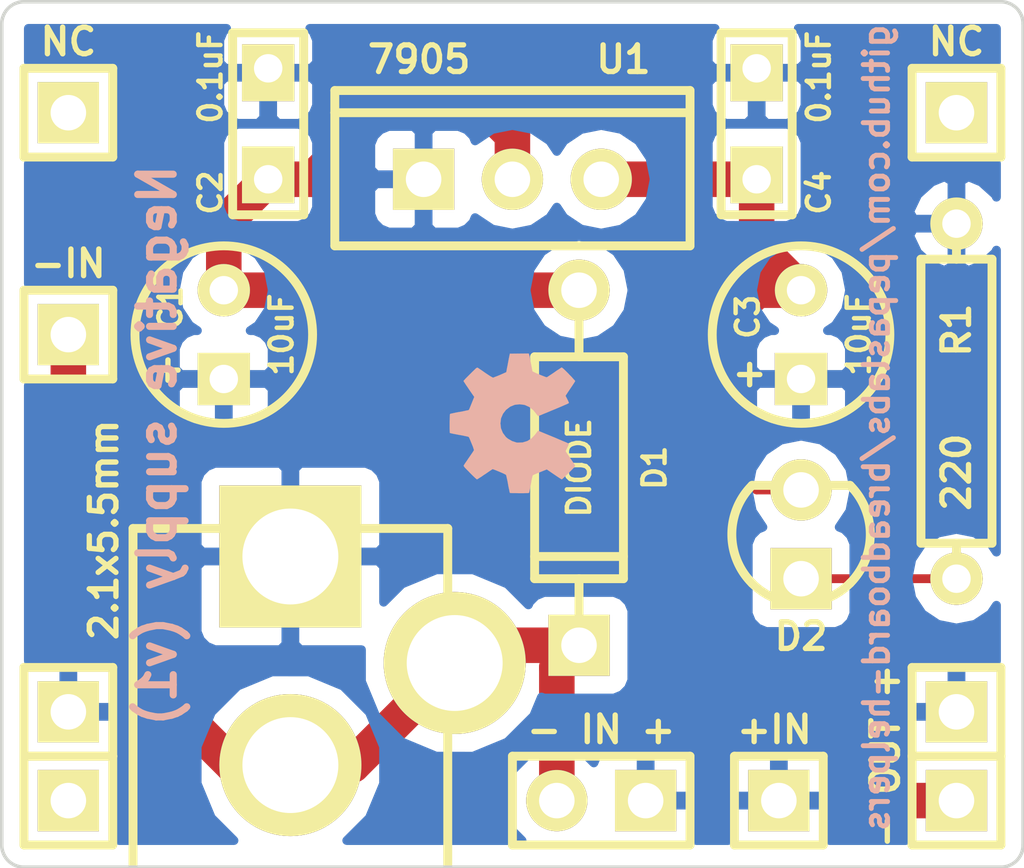
<source format=kicad_pcb>
(kicad_pcb (version 3) (host pcbnew "(22-Jun-2014 BZR 4027)-stable")

  (general
    (links 22)
    (no_connects 0)
    (area 243.351354 109.1438 283.629098 139.174221)
    (thickness 1.6)
    (drawings 16)
    (tracks 39)
    (zones 0)
    (modules 19)
    (nets 6)
  )

  (page A3)
  (layers
    (15 F.Cu signal hide)
    (0 B.Cu signal hide)
    (16 B.Adhes user)
    (17 F.Adhes user)
    (18 B.Paste user)
    (19 F.Paste user)
    (20 B.SilkS user hide)
    (21 F.SilkS user)
    (22 B.Mask user)
    (23 F.Mask user)
    (24 Dwgs.User user)
    (25 Cmts.User user)
    (26 Eco1.User user)
    (27 Eco2.User user)
    (28 Edge.Cuts user)
  )

  (setup
    (last_trace_width 0.254)
    (user_trace_width 0.508)
    (user_trace_width 0.762)
    (user_trace_width 1.016)
    (user_trace_width 1.27)
    (trace_clearance 0.254)
    (zone_clearance 0.508)
    (zone_45_only no)
    (trace_min 0.254)
    (segment_width 0.2)
    (edge_width 0.1)
    (via_size 0.889)
    (via_drill 0.635)
    (via_min_size 0.889)
    (via_min_drill 0.508)
    (uvia_size 0.508)
    (uvia_drill 0.127)
    (uvias_allowed no)
    (uvia_min_size 0.508)
    (uvia_min_drill 0.127)
    (pcb_text_width 0.3)
    (pcb_text_size 1.5 1.5)
    (mod_edge_width 0.15)
    (mod_text_size 1 1)
    (mod_text_width 0.15)
    (pad_size 1.5 1.5)
    (pad_drill 0.6)
    (pad_to_mask_clearance 0)
    (aux_axis_origin 0 0)
    (visible_elements FFFFFFBF)
    (pcbplotparams
      (layerselection 284196865)
      (usegerberextensions true)
      (excludeedgelayer true)
      (linewidth 0.150000)
      (plotframeref false)
      (viasonmask false)
      (mode 1)
      (useauxorigin false)
      (hpglpennumber 1)
      (hpglpenspeed 20)
      (hpglpendiameter 15)
      (hpglpenoverlay 2)
      (psnegative false)
      (psa4output false)
      (plotreference true)
      (plotvalue true)
      (plotothertext true)
      (plotinvisibletext false)
      (padsonsilk false)
      (subtractmaskfromsilk false)
      (outputformat 1)
      (mirror false)
      (drillshape 0)
      (scaleselection 1)
      (outputdirectory gerbers))
  )

  (net 0 "")
  (net 1 GND)
  (net 2 N-000001)
  (net 3 N-000006)
  (net 4 N-000007)
  (net 5 N-000008)

  (net_class Default "This is the default net class."
    (clearance 0.254)
    (trace_width 0.254)
    (via_dia 0.889)
    (via_drill 0.635)
    (uvia_dia 0.508)
    (uvia_drill 0.127)
    (add_net "")
    (add_net GND)
    (add_net N-000001)
    (add_net N-000006)
    (add_net N-000007)
    (add_net N-000008)
  )

  (module TO-220_V_069A (layer F.Cu) (tedit 59627E4D) (tstamp 5962732B)
    (at 259.08 114.3)
    (descr "TO-220, vertical, 0.04\" holes, 0.069\" pads")
    (tags "TR TO220")
    (path /5962860B)
    (fp_text reference U1 (at 5.715 -3.429) (layer F.SilkS)
      (effects (font (size 0.762 0.762) (thickness 0.1524)))
    )
    (fp_text value 7905 (at -0.127 -3.429) (layer F.SilkS)
      (effects (font (size 0.762 0.762) (thickness 0.1524)))
    )
    (fp_line (start -2.54 -1.905) (end -2.54 -2.54) (layer F.SilkS) (width 0.254))
    (fp_line (start -2.54 -2.54) (end 7.62 -2.54) (layer F.SilkS) (width 0.254))
    (fp_line (start 7.62 -2.54) (end 7.62 -1.905) (layer F.SilkS) (width 0.254))
    (fp_line (start -2.54 1.905) (end -2.54 -1.905) (layer F.SilkS) (width 0.254))
    (fp_line (start -2.54 -1.905) (end 7.62 -1.905) (layer F.SilkS) (width 0.254))
    (fp_line (start 7.62 -1.905) (end 7.62 1.905) (layer F.SilkS) (width 0.254))
    (fp_line (start 7.62 1.905) (end -2.54 1.905) (layer F.SilkS) (width 0.254))
    (pad 1 thru_hole rect (at 0 0 90) (size 1.7526 1.7526) (drill 1.016)
      (layers *.Cu *.Mask F.SilkS)
      (net 1 GND)
    )
    (pad 2 thru_hole oval (at 2.54 0 90) (size 1.7526 1.7526) (drill 1.016)
      (layers *.Cu *.Mask F.SilkS)
      (net 2 N-000001)
    )
    (pad 3 thru_hole oval (at 5.08 0 90) (size 1.7526 1.7526) (drill 1.016)
      (layers *.Cu *.Mask F.SilkS)
      (net 5 N-000008)
    )
  )

  (module SIL-2 (layer F.Cu) (tedit 5920FFF1) (tstamp 59627335)
    (at 265.43 132.08 180)
    (descr "Connecteurs 1 pin")
    (tags "CONN DEV")
    (path /59626D8C)
    (fp_text reference P1 (at 1.27 2.54 180) (layer F.SilkS) hide
      (effects (font (size 0.762 0.762) (thickness 0.1524)))
    )
    (fp_text value CONN_2X1 (at 1.27 -2.54 180) (layer F.SilkS) hide
      (effects (font (size 0.762 0.762) (thickness 0.1524)))
    )
    (fp_line (start -1.27 -1.27) (end 3.81 -1.27) (layer F.SilkS) (width 0.254))
    (fp_line (start 3.81 -1.27) (end 3.81 1.27) (layer F.SilkS) (width 0.254))
    (fp_line (start 3.81 1.27) (end -1.27 1.27) (layer F.SilkS) (width 0.254))
    (fp_line (start -1.27 1.27) (end -1.27 -1.27) (layer F.SilkS) (width 0.254))
    (pad 1 thru_hole rect (at 0 0 180) (size 1.7526 1.7526) (drill 1.016)
      (layers *.Cu *.Mask F.SilkS)
      (net 1 GND)
    )
    (pad 2 thru_hole circle (at 2.54 0 180) (size 1.7526 1.7526) (drill 1.016)
      (layers *.Cu *.Mask F.SilkS)
      (net 3 N-000006)
    )
  )

  (module SIL-1 (layer F.Cu) (tedit 5920FF53) (tstamp 5962733E)
    (at 269.24 132.08 180)
    (descr "Connecteurs 1 pin")
    (tags "CONN DEV")
    (path /59626F39)
    (fp_text reference P2 (at 0 2.54 180) (layer F.SilkS) hide
      (effects (font (size 0.762 0.762) (thickness 0.1524)))
    )
    (fp_text value CONN_1X1 (at 0 -2.54 180) (layer F.SilkS) hide
      (effects (font (size 0.762 0.762) (thickness 0.1524)))
    )
    (fp_line (start -1.27 1.27) (end 1.27 1.27) (layer F.SilkS) (width 0.254))
    (fp_line (start -1.27 -1.27) (end 1.27 -1.27) (layer F.SilkS) (width 0.254))
    (fp_line (start -1.27 1.27) (end -1.27 -1.27) (layer F.SilkS) (width 0.254))
    (fp_line (start 1.27 -1.27) (end 1.27 1.27) (layer F.SilkS) (width 0.254))
    (pad 1 thru_hole rect (at 0 0 180) (size 1.7526 1.7526) (drill 1.016)
      (layers *.Cu *.Mask F.SilkS)
      (net 1 GND)
    )
  )

  (module SIL-1 (layer F.Cu) (tedit 5920FF53) (tstamp 59627347)
    (at 248.92 118.745 180)
    (descr "Connecteurs 1 pin")
    (tags "CONN DEV")
    (path /59626F48)
    (fp_text reference P3 (at 0 2.54 180) (layer F.SilkS) hide
      (effects (font (size 0.762 0.762) (thickness 0.1524)))
    )
    (fp_text value CONN_1X1 (at 0 -2.54 180) (layer F.SilkS) hide
      (effects (font (size 0.762 0.762) (thickness 0.1524)))
    )
    (fp_line (start -1.27 1.27) (end 1.27 1.27) (layer F.SilkS) (width 0.254))
    (fp_line (start -1.27 -1.27) (end 1.27 -1.27) (layer F.SilkS) (width 0.254))
    (fp_line (start -1.27 1.27) (end -1.27 -1.27) (layer F.SilkS) (width 0.254))
    (fp_line (start 1.27 -1.27) (end 1.27 1.27) (layer F.SilkS) (width 0.254))
    (pad 1 thru_hole rect (at 0 0 180) (size 1.7526 1.7526) (drill 1.016)
      (layers *.Cu *.Mask F.SilkS)
      (net 3 N-000006)
    )
  )

  (module SIL-1 (layer F.Cu) (tedit 5920FF53) (tstamp 59627350)
    (at 274.32 132.08 180)
    (descr "Connecteurs 1 pin")
    (tags "CONN DEV")
    (path /596271AF)
    (fp_text reference P4 (at 0 2.54 180) (layer F.SilkS) hide
      (effects (font (size 0.762 0.762) (thickness 0.1524)))
    )
    (fp_text value CONN_1X1 (at 0 -2.54 180) (layer F.SilkS) hide
      (effects (font (size 0.762 0.762) (thickness 0.1524)))
    )
    (fp_line (start -1.27 1.27) (end 1.27 1.27) (layer F.SilkS) (width 0.254))
    (fp_line (start -1.27 -1.27) (end 1.27 -1.27) (layer F.SilkS) (width 0.254))
    (fp_line (start -1.27 1.27) (end -1.27 -1.27) (layer F.SilkS) (width 0.254))
    (fp_line (start 1.27 -1.27) (end 1.27 1.27) (layer F.SilkS) (width 0.254))
    (pad 1 thru_hole rect (at 0 0 180) (size 1.7526 1.7526) (drill 1.016)
      (layers *.Cu *.Mask F.SilkS)
      (net 5 N-000008)
    )
  )

  (module SIL-1 (layer F.Cu) (tedit 5920FF53) (tstamp 59627359)
    (at 274.32 129.54 180)
    (descr "Connecteurs 1 pin")
    (tags "CONN DEV")
    (path /596271B5)
    (fp_text reference P5 (at 0 2.54 180) (layer F.SilkS) hide
      (effects (font (size 0.762 0.762) (thickness 0.1524)))
    )
    (fp_text value CONN_1X1 (at 0 -2.54 180) (layer F.SilkS) hide
      (effects (font (size 0.762 0.762) (thickness 0.1524)))
    )
    (fp_line (start -1.27 1.27) (end 1.27 1.27) (layer F.SilkS) (width 0.254))
    (fp_line (start -1.27 -1.27) (end 1.27 -1.27) (layer F.SilkS) (width 0.254))
    (fp_line (start -1.27 1.27) (end -1.27 -1.27) (layer F.SilkS) (width 0.254))
    (fp_line (start 1.27 -1.27) (end 1.27 1.27) (layer F.SilkS) (width 0.254))
    (pad 1 thru_hole rect (at 0 0 180) (size 1.7526 1.7526) (drill 1.016)
      (layers *.Cu *.Mask F.SilkS)
      (net 1 GND)
    )
  )

  (module SIL-1 (layer F.Cu) (tedit 5920FF53) (tstamp 59627362)
    (at 274.32 112.395 180)
    (descr "Connecteurs 1 pin")
    (tags "CONN DEV")
    (path /59627215)
    (fp_text reference P6 (at 0 2.54 180) (layer F.SilkS) hide
      (effects (font (size 0.762 0.762) (thickness 0.1524)))
    )
    (fp_text value CONN_1X1 (at 0 -2.54 180) (layer F.SilkS) hide
      (effects (font (size 0.762 0.762) (thickness 0.1524)))
    )
    (fp_line (start -1.27 1.27) (end 1.27 1.27) (layer F.SilkS) (width 0.254))
    (fp_line (start -1.27 -1.27) (end 1.27 -1.27) (layer F.SilkS) (width 0.254))
    (fp_line (start -1.27 1.27) (end -1.27 -1.27) (layer F.SilkS) (width 0.254))
    (fp_line (start 1.27 -1.27) (end 1.27 1.27) (layer F.SilkS) (width 0.254))
    (pad 1 thru_hole rect (at 0 0 180) (size 1.7526 1.7526) (drill 1.016)
      (layers *.Cu *.Mask F.SilkS)
    )
  )

  (module SIL-1 (layer F.Cu) (tedit 5920FF53) (tstamp 5962736B)
    (at 248.92 112.395 180)
    (descr "Connecteurs 1 pin")
    (tags "CONN DEV")
    (path /5962721B)
    (fp_text reference P7 (at 0 2.54 180) (layer F.SilkS) hide
      (effects (font (size 0.762 0.762) (thickness 0.1524)))
    )
    (fp_text value CONN_1X1 (at 0 -2.54 180) (layer F.SilkS) hide
      (effects (font (size 0.762 0.762) (thickness 0.1524)))
    )
    (fp_line (start -1.27 1.27) (end 1.27 1.27) (layer F.SilkS) (width 0.254))
    (fp_line (start -1.27 -1.27) (end 1.27 -1.27) (layer F.SilkS) (width 0.254))
    (fp_line (start -1.27 1.27) (end -1.27 -1.27) (layer F.SilkS) (width 0.254))
    (fp_line (start 1.27 -1.27) (end 1.27 1.27) (layer F.SilkS) (width 0.254))
    (pad 1 thru_hole rect (at 0 0 180) (size 1.7526 1.7526) (drill 1.016)
      (layers *.Cu *.Mask F.SilkS)
    )
  )

  (module R_AXIAL_0W25_059A_PL (layer F.Cu) (tedit 53A245D9) (tstamp 59627378)
    (at 274.32 115.57 270)
    (descr "Resistor Axial 1/4W 0.4\"")
    (tags R)
    (path /5962713E)
    (autoplace_cost180 10)
    (fp_text reference R1 (at 3.048 0 270) (layer F.SilkS)
      (effects (font (size 0.762 0.762) (thickness 0.1524)))
    )
    (fp_text value 220 (at 7.112 0 270) (layer F.SilkS)
      (effects (font (size 0.762 0.762) (thickness 0.1524)))
    )
    (fp_line (start 0 0) (end 1.016 0) (layer F.SilkS) (width 0.254))
    (fp_line (start 1.016 0) (end 1.016 -1.016) (layer F.SilkS) (width 0.254))
    (fp_line (start 1.016 -1.016) (end 9.144 -1.016) (layer F.SilkS) (width 0.254))
    (fp_line (start 9.144 -1.016) (end 9.144 1.016) (layer F.SilkS) (width 0.254))
    (fp_line (start 9.144 1.016) (end 1.016 1.016) (layer F.SilkS) (width 0.254))
    (fp_line (start 1.016 1.016) (end 1.016 0) (layer F.SilkS) (width 0.254))
    (fp_line (start 10.16 0) (end 9.144 0) (layer F.SilkS) (width 0.254))
    (pad 1 thru_hole oval (at 0 0 270) (size 1.4986 1.4986) (drill 0.8128)
      (layers *.Cu *.Mask F.SilkS)
      (net 1 GND)
    )
    (pad 2 thru_hole oval (at 10.16 0 270) (size 1.4986 1.4986) (drill 0.8128)
      (layers *.Cu *.Mask F.SilkS)
      (net 4 N-000007)
    )
    (model discret/resistor.wrl
      (at (xyz 0 0 0))
      (scale (xyz 0.4 0.4 0.4))
      (rotate (xyz 0 0 0))
    )
  )

  (module LED_3MM_069A (layer F.Cu) (tedit 59627EA9) (tstamp 5962739A)
    (at 269.875 125.73 90)
    (descr "3MM LED")
    (tags "LED DEV")
    (path /5962712F)
    (fp_text reference D2 (at -1.651 0 180) (layer F.SilkS)
      (effects (font (size 0.762 0.762) (thickness 0.1524)))
    )
    (fp_text value LED (at 1.27 2.794 90) (layer F.SilkS) hide
      (effects (font (size 0.762 0.762) (thickness 0.1524)))
    )
    (fp_line (start 2.67 -1.4) (end 2.67 1.4) (layer F.SilkS) (width 0.254))
    (fp_arc (start 1.27 0) (end 2.67 1.4) (angle 90) (layer F.SilkS) (width 0.254))
    (fp_arc (start 1.27 0) (end -0.13 1.4) (angle 90) (layer F.SilkS) (width 0.254))
    (fp_arc (start 1.27 0) (end -0.13 -1.4) (angle 90) (layer F.SilkS) (width 0.254))
    (pad 1 thru_hole rect (at 0 0 90) (size 1.7526 1.7526) (drill 1.016)
      (layers *.Cu *.Mask F.SilkS)
      (net 4 N-000007)
    )
    (pad 2 thru_hole oval (at 2.54 0 90) (size 1.7526 1.7526) (drill 1.016)
      (layers *.Cu *.Mask F.SilkS)
      (net 5 N-000008)
    )
    (model discret/led5_vertical.wrl
      (at (xyz 0 0 0))
      (scale (xyz 1 1 1))
      (rotate (xyz 0 0 0))
    )
  )

  (module DIODE_1A_069A_PL (layer F.Cu) (tedit 59627EA1) (tstamp 596273A7)
    (at 263.525 122.555 270)
    (descr "1 Amp diode, 0.4\"")
    (tags "DIODE DEV")
    (path /59626DA5)
    (fp_text reference D1 (at 0 -2.159 270) (layer F.SilkS)
      (effects (font (size 0.635 0.635) (thickness 0.127)))
    )
    (fp_text value DIODE (at 0 0 270) (layer F.SilkS)
      (effects (font (size 0.635 0.635) (thickness 0.127)))
    )
    (fp_line (start -5.08 0) (end -3.175 0) (layer F.SilkS) (width 0.254))
    (fp_line (start 3.175 0) (end 5.08 0) (layer F.SilkS) (width 0.254))
    (fp_line (start 2.54 -1.27) (end 2.54 1.27) (layer F.SilkS) (width 0.254))
    (fp_line (start -3.175 1.27) (end 3.175 1.27) (layer F.SilkS) (width 0.254))
    (fp_line (start -3.175 -1.27) (end -3.175 1.27) (layer F.SilkS) (width 0.254))
    (fp_line (start 3.175 -1.27) (end 3.175 1.27) (layer F.SilkS) (width 0.254))
    (fp_line (start -3.175 -1.27) (end 3.175 -1.27) (layer F.SilkS) (width 0.254))
    (pad 2 thru_hole rect (at 5.08 0 270) (size 1.7526 1.7526) (drill 1.016)
      (layers *.Cu *.Mask F.SilkS)
      (net 3 N-000006)
    )
    (pad 1 thru_hole oval (at -5.08 0 270) (size 1.7526 1.7526) (drill 1.016)
      (layers *.Cu *.Mask F.SilkS)
      (net 2 N-000001)
    )
    (model discret/diode.wrl
      (at (xyz 0 0 0))
      (scale (xyz 0.3 0.3 0.3))
      (rotate (xyz 0 0 0))
    )
  )

  (module CERCAP_15_059B_0805 (layer F.Cu) (tedit 59628D9D) (tstamp 596273B1)
    (at 254.635 111.125 270)
    (descr "Capacitor, 0.2\" pin spacing")
    (tags C)
    (path /5962705D)
    (fp_text reference C2 (at 3.556 1.651 270) (layer F.SilkS)
      (effects (font (size 0.635 0.635) (thickness 0.127)))
    )
    (fp_text value 0.1uF (at 0.254 1.651 270) (layer F.SilkS)
      (effects (font (size 0.635 0.635) (thickness 0.127)))
    )
    (fp_line (start -1.016 1.016) (end 4.191 1.016) (layer F.SilkS) (width 0.254))
    (fp_line (start -1.016 -1.016) (end 4.191 -1.016) (layer F.SilkS) (width 0.254))
    (fp_line (start 4.191 -1.016) (end 4.191 1.016) (layer F.SilkS) (width 0.254))
    (fp_line (start -1.016 1.016) (end -1.016 -1.016) (layer F.SilkS) (width 0.254))
    (pad 1 thru_hole rect (at 0 0 270) (size 1.6256 1.4986) (drill 0.8128 (offset 0.127 0))
      (layers *.Cu *.Mask F.SilkS)
      (net 1 GND)
    )
    (pad 2 thru_hole rect (at 3.175 0 270) (size 1.6256 1.4986) (drill 0.8128 (offset -0.127 0))
      (layers *.Cu *.Mask F.SilkS)
      (net 2 N-000001)
    )
    (model discret/capa_2pas_5x5mm.wrl
      (at (xyz 0 0 0))
      (scale (xyz 1 1 1))
      (rotate (xyz 0 0 0))
    )
  )

  (module CERCAP_15_059B_0805 (layer F.Cu) (tedit 59628DAC) (tstamp 596273BB)
    (at 268.605 111.125 270)
    (descr "Capacitor, 0.2\" pin spacing")
    (tags C)
    (path /596270A5)
    (fp_text reference C4 (at 3.556 -1.778 270) (layer F.SilkS)
      (effects (font (size 0.635 0.635) (thickness 0.127)))
    )
    (fp_text value 0.1uF (at 0.254 -1.778 270) (layer F.SilkS)
      (effects (font (size 0.635 0.635) (thickness 0.127)))
    )
    (fp_line (start -1.016 1.016) (end 4.191 1.016) (layer F.SilkS) (width 0.254))
    (fp_line (start -1.016 -1.016) (end 4.191 -1.016) (layer F.SilkS) (width 0.254))
    (fp_line (start 4.191 -1.016) (end 4.191 1.016) (layer F.SilkS) (width 0.254))
    (fp_line (start -1.016 1.016) (end -1.016 -1.016) (layer F.SilkS) (width 0.254))
    (pad 1 thru_hole rect (at 0 0 270) (size 1.6256 1.4986) (drill 0.8128 (offset 0.127 0))
      (layers *.Cu *.Mask F.SilkS)
      (net 1 GND)
    )
    (pad 2 thru_hole rect (at 3.175 0 270) (size 1.6256 1.4986) (drill 0.8128 (offset -0.127 0))
      (layers *.Cu *.Mask F.SilkS)
      (net 5 N-000008)
    )
    (model discret/capa_2pas_5x5mm.wrl
      (at (xyz 0 0 0))
      (scale (xyz 1 1 1))
      (rotate (xyz 0 0 0))
    )
  )

  (module BARREL_JACK_21x55 (layer F.Cu) (tedit 59628DCF) (tstamp 596273C8)
    (at 255.27 125.095 90)
    (descr "DC Barrel Jack, 2.1x5.5mm")
    (tags "Power Jack")
    (path /59626D7D)
    (fp_text reference CON1 (at -12.7 2.54 180) (layer F.SilkS)
      (effects (font (size 0.762 0.762) (thickness 0.1524)))
    )
    (fp_text value BARREL_JACK (at -4.75 -3.5 90) (layer F.SilkS) hide
      (effects (font (size 1.016 1.016) (thickness 0.2032)))
    )
    (fp_text user 2.1x5.5mm (at 0.762 -5.334 90) (layer F.SilkS)
      (effects (font (size 0.762 0.762) (thickness 0.1524)))
    )
    (fp_line (start -10.1981 -4.50088) (end -10.1981 4.50088) (layer F.SilkS) (width 0.254))
    (fp_line (start -13.69822 -4.50088) (end -13.69822 4.50088) (layer F.SilkS) (width 0.254))
    (fp_line (start -13.69822 4.50088) (end 0.80264 4.50088) (layer F.SilkS) (width 0.254))
    (fp_line (start 0.80264 4.50088) (end 0.80264 -4.50088) (layer F.SilkS) (width 0.254))
    (fp_line (start 0.80264 -4.50088) (end -13.69822 -4.50088) (layer F.SilkS) (width 0.254))
    (pad 1 thru_hole rect (at 0 0 90) (size 4.064 4.064) (drill 2.7432)
      (layers *.Cu *.Mask F.SilkS)
      (net 1 GND)
    )
    (pad 2 thru_hole circle (at -5.969 0 90) (size 4.064 4.064) (drill 2.7432)
      (layers *.Cu *.Mask F.SilkS)
      (net 3 N-000006)
    )
    (pad 3 thru_hole circle (at -3.048 4.699 90) (size 4.064 4.064) (drill 2.7432)
      (layers *.Cu *.Mask F.SilkS)
      (net 3 N-000006)
    )
  )

  (module SIL-1 (layer F.Cu) (tedit 5920FF53) (tstamp 596275D5)
    (at 248.92 132.08 180)
    (descr "Connecteurs 1 pin")
    (tags "CONN DEV")
    (path /59627594)
    (fp_text reference P8 (at 0 2.54 180) (layer F.SilkS) hide
      (effects (font (size 0.762 0.762) (thickness 0.1524)))
    )
    (fp_text value CONN_1X1 (at 0 -2.54 180) (layer F.SilkS) hide
      (effects (font (size 0.762 0.762) (thickness 0.1524)))
    )
    (fp_line (start -1.27 1.27) (end 1.27 1.27) (layer F.SilkS) (width 0.254))
    (fp_line (start -1.27 -1.27) (end 1.27 -1.27) (layer F.SilkS) (width 0.254))
    (fp_line (start -1.27 1.27) (end -1.27 -1.27) (layer F.SilkS) (width 0.254))
    (fp_line (start 1.27 -1.27) (end 1.27 1.27) (layer F.SilkS) (width 0.254))
    (pad 1 thru_hole rect (at 0 0 180) (size 1.7526 1.7526) (drill 1.016)
      (layers *.Cu *.Mask F.SilkS)
    )
  )

  (module SIL-1 (layer F.Cu) (tedit 5920FF53) (tstamp 596275DE)
    (at 248.92 129.54 180)
    (descr "Connecteurs 1 pin")
    (tags "CONN DEV")
    (path /596275BE)
    (fp_text reference P9 (at 0 2.54 180) (layer F.SilkS) hide
      (effects (font (size 0.762 0.762) (thickness 0.1524)))
    )
    (fp_text value CONN_1X1 (at 0 -2.54 180) (layer F.SilkS) hide
      (effects (font (size 0.762 0.762) (thickness 0.1524)))
    )
    (fp_line (start -1.27 1.27) (end 1.27 1.27) (layer F.SilkS) (width 0.254))
    (fp_line (start -1.27 -1.27) (end 1.27 -1.27) (layer F.SilkS) (width 0.254))
    (fp_line (start -1.27 1.27) (end -1.27 -1.27) (layer F.SilkS) (width 0.254))
    (fp_line (start 1.27 -1.27) (end 1.27 1.27) (layer F.SilkS) (width 0.254))
    (pad 1 thru_hole rect (at 0 0 180) (size 1.7526 1.7526) (drill 1.016)
      (layers *.Cu *.Mask F.SilkS)
      (net 1 GND)
    )
  )

  (module ELCAP_10_20_V_059A (layer F.Cu) (tedit 59628DBA) (tstamp 59627788)
    (at 253.365 120.015 90)
    (descr "Electrolytic Capacitor, vertical, 0.1\" pins, 0.2\" body")
    (tags CP)
    (path /59626F73)
    (fp_text reference C1 (at 2.032 -1.524 90) (layer F.SilkS)
      (effects (font (size 0.635 0.635) (thickness 0.127)))
    )
    (fp_text value 10uF (at 1.27 1.651 90) (layer F.SilkS)
      (effects (font (size 0.635 0.635) (thickness 0.127)))
    )
    (fp_text user + (at 0.254 -1.651 90) (layer F.SilkS)
      (effects (font (size 0.762 0.762) (thickness 0.1524)))
    )
    (fp_circle (center 1.27 0) (end 3.81 0) (layer F.SilkS) (width 0.254))
    (pad 1 thru_hole rect (at 0 0 90) (size 1.4986 1.4986) (drill 0.8128)
      (layers *.Cu *.Mask F.SilkS)
      (net 1 GND)
    )
    (pad 2 thru_hole oval (at 2.54 0 90) (size 1.4986 1.4986) (drill 0.8128)
      (layers *.Cu *.Mask F.SilkS)
      (net 2 N-000001)
    )
    (model discret/c_vert_c2v10.wrl
      (at (xyz 0 0 0))
      (scale (xyz 1 1 1))
      (rotate (xyz 0 0 0))
    )
  )

  (module ELCAP_10_20_V_059A (layer F.Cu) (tedit 59628DB3) (tstamp 59627790)
    (at 269.875 120.015 90)
    (descr "Electrolytic Capacitor, vertical, 0.1\" pins, 0.2\" body")
    (tags CP)
    (path /5962709F)
    (fp_text reference C3 (at 1.778 -1.524 90) (layer F.SilkS)
      (effects (font (size 0.635 0.635) (thickness 0.127)))
    )
    (fp_text value 10uF (at 1.27 1.651 90) (layer F.SilkS)
      (effects (font (size 0.635 0.635) (thickness 0.127)))
    )
    (fp_text user + (at 0.127 -1.524 90) (layer F.SilkS)
      (effects (font (size 0.762 0.762) (thickness 0.1524)))
    )
    (fp_circle (center 1.27 0) (end 3.81 0) (layer F.SilkS) (width 0.254))
    (pad 1 thru_hole rect (at 0 0 90) (size 1.4986 1.4986) (drill 0.8128)
      (layers *.Cu *.Mask F.SilkS)
      (net 1 GND)
    )
    (pad 2 thru_hole oval (at 2.54 0 90) (size 1.4986 1.4986) (drill 0.8128)
      (layers *.Cu *.Mask F.SilkS)
      (net 5 N-000008)
    )
    (model discret/c_vert_c2v10.wrl
      (at (xyz 0 0 0))
      (scale (xyz 1 1 1))
      (rotate (xyz 0 0 0))
    )
  )

  (module OSHW-logo_silkscreen-back_4mm (layer F.Cu) (tedit 0) (tstamp 596286ED)
    (at 261.62 121.285 90)
    (fp_text reference G*** (at 0 2.1209 90) (layer B.SilkS) hide
      (effects (font (size 0.18034 0.18034) (thickness 0.03556)))
    )
    (fp_text value OSHW-logo_silkscreen-back_4mm (at 0 -2.1209 90) (layer B.SilkS) hide
      (effects (font (size 0.18034 0.18034) (thickness 0.03556)))
    )
    (fp_poly (pts (xy 1.21158 1.79578) (xy 1.19126 1.78562) (xy 1.143 1.75514) (xy 1.07696 1.71196)
      (xy 0.99822 1.65862) (xy 0.91948 1.60528) (xy 0.85344 1.5621) (xy 0.80772 1.53162)
      (xy 0.78994 1.52146) (xy 0.77978 1.524) (xy 0.74168 1.54432) (xy 0.6858 1.57226)
      (xy 0.65532 1.5875) (xy 0.60452 1.61036) (xy 0.57912 1.61544) (xy 0.57658 1.60782)
      (xy 0.55626 1.56972) (xy 0.52832 1.50368) (xy 0.49022 1.41732) (xy 0.44704 1.31572)
      (xy 0.40132 1.2065) (xy 0.3556 1.09474) (xy 0.30988 0.98806) (xy 0.27178 0.89154)
      (xy 0.23876 0.81534) (xy 0.21844 0.75946) (xy 0.21082 0.7366) (xy 0.21336 0.73152)
      (xy 0.23876 0.70866) (xy 0.28194 0.67564) (xy 0.37846 0.5969) (xy 0.4699 0.48006)
      (xy 0.52832 0.34798) (xy 0.5461 0.20066) (xy 0.53086 0.06604) (xy 0.47752 -0.0635)
      (xy 0.38608 -0.18288) (xy 0.27432 -0.26924) (xy 0.14478 -0.32512) (xy 0 -0.3429)
      (xy -0.1397 -0.32766) (xy -0.27178 -0.27432) (xy -0.39116 -0.18542) (xy -0.43942 -0.127)
      (xy -0.508 -0.00762) (xy -0.54864 0.11938) (xy -0.55118 0.14986) (xy -0.5461 0.2921)
      (xy -0.50546 0.42672) (xy -0.4318 0.5461) (xy -0.32766 0.64516) (xy -0.31496 0.65532)
      (xy -0.2667 0.69088) (xy -0.23622 0.71374) (xy -0.21082 0.73406) (xy -0.38862 1.16586)
      (xy -0.41656 1.23444) (xy -0.46736 1.35128) (xy -0.51054 1.45288) (xy -0.54356 1.53416)
      (xy -0.56896 1.5875) (xy -0.57912 1.61036) (xy -0.57912 1.61036) (xy -0.59436 1.6129)
      (xy -0.62738 1.6002) (xy -0.68834 1.57226) (xy -0.72898 1.55194) (xy -0.7747 1.52908)
      (xy -0.79502 1.52146) (xy -0.8128 1.53162) (xy -0.85598 1.55956) (xy -0.91948 1.60274)
      (xy -0.99568 1.65354) (xy -1.06934 1.70434) (xy -1.13792 1.75006) (xy -1.18618 1.78054)
      (xy -1.21158 1.79324) (xy -1.21412 1.79324) (xy -1.23444 1.78054) (xy -1.27508 1.75006)
      (xy -1.3335 1.69418) (xy -1.41478 1.6129) (xy -1.42748 1.6002) (xy -1.49606 1.52908)
      (xy -1.55194 1.47066) (xy -1.59004 1.43002) (xy -1.60274 1.41224) (xy -1.60274 1.41224)
      (xy -1.59004 1.38684) (xy -1.55956 1.33858) (xy -1.51384 1.27) (xy -1.4605 1.19126)
      (xy -1.31826 0.98298) (xy -1.397 0.7874) (xy -1.41986 0.72898) (xy -1.45034 0.65532)
      (xy -1.4732 0.60452) (xy -1.4859 0.58166) (xy -1.50622 0.57404) (xy -1.55956 0.56134)
      (xy -1.6383 0.54356) (xy -1.72974 0.52832) (xy -1.81864 0.51054) (xy -1.89738 0.4953)
      (xy -1.9558 0.48514) (xy -1.9812 0.48006) (xy -1.98628 0.47498) (xy -1.99136 0.46228)
      (xy -1.99644 0.43688) (xy -1.99644 0.38862) (xy -1.99898 0.31242) (xy -1.99898 0.20066)
      (xy -1.99898 0.1905) (xy -1.99644 0.08382) (xy -1.99644 0) (xy -1.9939 -0.05334)
      (xy -1.98882 -0.07366) (xy -1.98882 -0.07366) (xy -1.96342 -0.08128) (xy -1.90754 -0.09144)
      (xy -1.8288 -0.10922) (xy -1.73228 -0.127) (xy -1.7272 -0.127) (xy -1.63322 -0.14478)
      (xy -1.55448 -0.16256) (xy -1.4986 -0.17526) (xy -1.47574 -0.18288) (xy -1.47066 -0.18796)
      (xy -1.45034 -0.22606) (xy -1.4224 -0.28448) (xy -1.39192 -0.3556) (xy -1.36144 -0.42926)
      (xy -1.3335 -0.49784) (xy -1.31572 -0.5461) (xy -1.31064 -0.56896) (xy -1.31064 -0.56896)
      (xy -1.32588 -0.59182) (xy -1.3589 -0.64262) (xy -1.40462 -0.70866) (xy -1.4605 -0.78994)
      (xy -1.46304 -0.79756) (xy -1.51892 -0.8763) (xy -1.5621 -0.94488) (xy -1.59258 -0.99314)
      (xy -1.60274 -1.01346) (xy -1.60274 -1.016) (xy -1.58496 -1.03886) (xy -1.54432 -1.08458)
      (xy -1.4859 -1.14554) (xy -1.41478 -1.21666) (xy -1.39192 -1.23698) (xy -1.31572 -1.31318)
      (xy -1.26238 -1.36398) (xy -1.22682 -1.38938) (xy -1.21158 -1.397) (xy -1.21158 -1.39446)
      (xy -1.18618 -1.38176) (xy -1.13538 -1.34874) (xy -1.0668 -1.30048) (xy -0.98552 -1.24714)
      (xy -0.98044 -1.24206) (xy -0.9017 -1.18872) (xy -0.83566 -1.143) (xy -0.7874 -1.11252)
      (xy -0.76708 -1.09982) (xy -0.762 -1.09982) (xy -0.73152 -1.10998) (xy -0.6731 -1.12776)
      (xy -0.60452 -1.1557) (xy -0.53086 -1.18618) (xy -0.46228 -1.21412) (xy -0.41148 -1.23698)
      (xy -0.38862 -1.24968) (xy -0.38862 -1.25222) (xy -0.37846 -1.28016) (xy -0.36576 -1.34112)
      (xy -0.34798 -1.4224) (xy -0.3302 -1.52146) (xy -0.32766 -1.5367) (xy -0.30988 -1.63068)
      (xy -0.29464 -1.70942) (xy -0.28194 -1.7653) (xy -0.27686 -1.78816) (xy -0.26416 -1.7907)
      (xy -0.2159 -1.79324) (xy -0.14478 -1.79578) (xy -0.05842 -1.79578) (xy 0.03048 -1.79578)
      (xy 0.11684 -1.79324) (xy 0.19304 -1.7907) (xy 0.24638 -1.78816) (xy 0.26924 -1.78308)
      (xy 0.27178 -1.78054) (xy 0.2794 -1.7526) (xy 0.2921 -1.69164) (xy 0.30988 -1.61036)
      (xy 0.32766 -1.5113) (xy 0.3302 -1.49352) (xy 0.34798 -1.39954) (xy 0.36576 -1.3208)
      (xy 0.37592 -1.26746) (xy 0.38354 -1.24714) (xy 0.39116 -1.24206) (xy 0.42926 -1.22428)
      (xy 0.49276 -1.19888) (xy 0.57404 -1.16586) (xy 0.75692 -1.0922) (xy 0.98044 -1.24714)
      (xy 1.00076 -1.25984) (xy 1.08204 -1.31572) (xy 1.14808 -1.3589) (xy 1.1938 -1.38938)
      (xy 1.21412 -1.39954) (xy 1.21412 -1.39954) (xy 1.23698 -1.37922) (xy 1.2827 -1.33858)
      (xy 1.34366 -1.27762) (xy 1.41224 -1.20904) (xy 1.46558 -1.1557) (xy 1.52654 -1.0922)
      (xy 1.56718 -1.05156) (xy 1.5875 -1.02362) (xy 1.59512 -1.00584) (xy 1.59258 -0.99568)
      (xy 1.57988 -0.97282) (xy 1.54686 -0.92456) (xy 1.50114 -0.85598) (xy 1.44526 -0.77724)
      (xy 1.39954 -0.70866) (xy 1.35128 -0.635) (xy 1.3208 -0.58166) (xy 1.3081 -0.55372)
      (xy 1.31064 -0.54356) (xy 1.32842 -0.50038) (xy 1.35382 -0.4318) (xy 1.38684 -0.35306)
      (xy 1.46558 -0.17526) (xy 1.58242 -0.15494) (xy 1.65354 -0.1397) (xy 1.7526 -0.12192)
      (xy 1.84658 -0.10414) (xy 1.9939 -0.07366) (xy 1.99898 0.46482) (xy 1.97612 0.47498)
      (xy 1.95326 0.4826) (xy 1.89992 0.49276) (xy 1.82118 0.508) (xy 1.72974 0.52578)
      (xy 1.651 0.54102) (xy 1.57226 0.55626) (xy 1.51638 0.56642) (xy 1.49098 0.5715)
      (xy 1.48336 0.58166) (xy 1.46304 0.61976) (xy 1.4351 0.68072) (xy 1.40462 0.75438)
      (xy 1.37414 0.82804) (xy 1.3462 0.89916) (xy 1.32588 0.9525) (xy 1.31826 0.98044)
      (xy 1.32842 1.00076) (xy 1.3589 1.04648) (xy 1.40208 1.11252) (xy 1.45542 1.19126)
      (xy 1.5113 1.27) (xy 1.55448 1.33858) (xy 1.5875 1.38684) (xy 1.6002 1.40716)
      (xy 1.59258 1.4224) (xy 1.5621 1.4605) (xy 1.50368 1.52146) (xy 1.41478 1.61036)
      (xy 1.39954 1.62306) (xy 1.33096 1.69164) (xy 1.27 1.74498) (xy 1.22936 1.78308)
      (xy 1.21158 1.79578)) (layer B.SilkS) (width 0.00254))
  )

  (gr_text NC (at 274.32 110.363) (layer F.SilkS)
    (effects (font (size 0.762 0.762) (thickness 0.1524)))
  )
  (gr_text NC (at 248.92 110.363) (layer F.SilkS)
    (effects (font (size 0.762 0.762) (thickness 0.1524)))
  )
  (gr_text "- OUT +" (at 272.288 130.81 90) (layer F.SilkS)
    (effects (font (size 0.762 0.762) (thickness 0.1524)))
  )
  (gr_text -IN (at 248.92 116.713) (layer F.SilkS)
    (effects (font (size 0.762 0.762) (thickness 0.1524)))
  )
  (gr_text "- IN +" (at 264.16 130.048) (layer F.SilkS)
    (effects (font (size 0.762 0.762) (thickness 0.1524)))
  )
  (gr_text +IN (at 269.113 130.048) (layer F.SilkS)
    (effects (font (size 0.762 0.762) (thickness 0.1524)))
  )
  (gr_text "Negative supply (v1)" (at 251.46 121.92 90) (layer B.SilkS)
    (effects (font (size 1.016 1.016) (thickness 0.2032)) (justify mirror))
  )
  (gr_text github.com/pepaslabs/breadboard-helpers (at 272.034 121.412 90) (layer B.SilkS)
    (effects (font (size 0.6985 0.6985) (thickness 0.1397)) (justify mirror))
  )
  (gr_line (start 276.225 109.855) (end 276.225 133.35) (angle 90) (layer Edge.Cuts) (width 0.1))
  (gr_line (start 247.65 109.22) (end 275.59 109.22) (angle 90) (layer Edge.Cuts) (width 0.1))
  (gr_line (start 247.015 133.35) (end 247.015 109.855) (angle 90) (layer Edge.Cuts) (width 0.1))
  (gr_line (start 275.59 133.985) (end 247.65 133.985) (angle 90) (layer Edge.Cuts) (width 0.1))
  (gr_arc (start 247.65 109.855) (end 247.015 109.855) (angle 90) (layer Edge.Cuts) (width 0.1))
  (gr_arc (start 275.59 109.855) (end 275.59 109.22) (angle 90) (layer Edge.Cuts) (width 0.1))
  (gr_arc (start 247.65 133.35) (end 247.65 133.985) (angle 90) (layer Edge.Cuts) (width 0.1))
  (gr_arc (start 275.59 133.35) (end 276.225 133.35) (angle 90) (layer Edge.Cuts) (width 0.1))

  (segment (start 255.905 124.46) (end 255.27 125.095) (width 0.762) (layer F.Cu) (net 1) (tstamp 59627EFB))
  (segment (start 254.635 114.3) (end 255.905 114.3) (width 1.016) (layer F.Cu) (net 2))
  (segment (start 261.62 113.03) (end 261.62 114.3) (width 1.016) (layer F.Cu) (net 2) (tstamp 59628B52))
  (segment (start 260.35 111.76) (end 261.62 113.03) (width 1.016) (layer F.Cu) (net 2) (tstamp 59628B51))
  (segment (start 259.08 111.76) (end 260.35 111.76) (width 1.016) (layer F.Cu) (net 2) (tstamp 59628B50))
  (segment (start 257.81 111.76) (end 259.08 111.76) (width 1.016) (layer F.Cu) (net 2) (tstamp 59628B4E))
  (segment (start 256.54 113.03) (end 257.81 111.76) (width 1.016) (layer F.Cu) (net 2) (tstamp 59628B4C))
  (segment (start 256.54 113.665) (end 256.54 113.03) (width 1.016) (layer F.Cu) (net 2) (tstamp 59628B4B))
  (segment (start 255.905 114.3) (end 256.54 113.665) (width 1.016) (layer F.Cu) (net 2) (tstamp 59628B49))
  (segment (start 263.525 117.475) (end 253.365 117.475) (width 1.016) (layer F.Cu) (net 2))
  (segment (start 253.365 117.475) (end 253.365 115.57) (width 1.016) (layer F.Cu) (net 2))
  (segment (start 253.365 115.57) (end 254.635 114.3) (width 1.016) (layer F.Cu) (net 2) (tstamp 59628B16))
  (segment (start 255.27 131.064) (end 253.619 131.064) (width 1.016) (layer F.Cu) (net 3))
  (segment (start 248.92 121.285) (end 248.92 118.745) (width 1.016) (layer F.Cu) (net 3) (tstamp 59628A6B))
  (segment (start 251.46 123.825) (end 248.92 121.285) (width 1.016) (layer F.Cu) (net 3) (tstamp 59628A67))
  (segment (start 251.46 128.905) (end 251.46 123.825) (width 1.016) (layer F.Cu) (net 3) (tstamp 59628A66))
  (segment (start 253.619 131.064) (end 251.46 128.905) (width 1.016) (layer F.Cu) (net 3) (tstamp 59628A63))
  (segment (start 259.969 128.143) (end 257.048 131.064) (width 1.016) (layer F.Cu) (net 3))
  (segment (start 257.048 131.064) (end 255.27 131.064) (width 1.016) (layer F.Cu) (net 3) (tstamp 596287FE))
  (segment (start 262.89 132.08) (end 262.89 128.27) (width 1.016) (layer F.Cu) (net 3))
  (segment (start 262.89 128.27) (end 263.525 127.635) (width 1.016) (layer F.Cu) (net 3) (tstamp 596287FA))
  (segment (start 263.525 127.635) (end 260.477 127.635) (width 1.016) (layer F.Cu) (net 3))
  (segment (start 260.477 127.635) (end 259.969 128.143) (width 1.016) (layer F.Cu) (net 3) (tstamp 596287F7))
  (segment (start 269.875 125.73) (end 274.32 125.73) (width 0.254) (layer F.Cu) (net 4))
  (segment (start 269.875 123.19) (end 268.605 123.19) (width 0.254) (layer F.Cu) (net 5))
  (segment (start 268.605 123.19) (end 267.335 121.92) (width 0.254) (layer F.Cu) (net 5) (tstamp 59628AC6))
  (segment (start 269.875 117.475) (end 268.605 117.475) (width 1.016) (layer F.Cu) (net 5))
  (segment (start 272.415 132.08) (end 274.32 132.08) (width 1.016) (layer F.Cu) (net 5) (tstamp 59628AB6))
  (segment (start 271.78 131.445) (end 272.415 132.08) (width 1.016) (layer F.Cu) (net 5) (tstamp 59628AB4))
  (segment (start 271.78 130.175) (end 271.78 131.445) (width 1.016) (layer F.Cu) (net 5) (tstamp 59628AB3))
  (segment (start 270.51 128.905) (end 271.78 130.175) (width 1.016) (layer F.Cu) (net 5) (tstamp 59628AB1))
  (segment (start 268.605 128.905) (end 270.51 128.905) (width 1.016) (layer F.Cu) (net 5) (tstamp 59628AAF))
  (segment (start 267.335 127.635) (end 268.605 128.905) (width 1.016) (layer F.Cu) (net 5) (tstamp 59628AAC))
  (segment (start 267.335 118.745) (end 267.335 121.92) (width 1.016) (layer F.Cu) (net 5) (tstamp 59628AAB))
  (segment (start 267.335 121.92) (end 267.335 127.635) (width 1.016) (layer F.Cu) (net 5) (tstamp 59628ACC))
  (segment (start 268.605 117.475) (end 267.335 118.745) (width 1.016) (layer F.Cu) (net 5) (tstamp 59628AA6))
  (segment (start 268.605 114.3) (end 268.605 116.205) (width 1.016) (layer F.Cu) (net 5))
  (segment (start 268.605 116.205) (end 269.875 117.475) (width 1.016) (layer F.Cu) (net 5) (tstamp 59628A9F))
  (segment (start 264.16 114.3) (end 268.605 114.3) (width 1.016) (layer F.Cu) (net 5))

  (zone (net 1) (net_name GND) (layer B.Cu) (tstamp 59627D0E) (hatch edge 0.508)
    (connect_pads (clearance 0.508))
    (min_thickness 0.254)
    (fill (arc_segments 16) (thermal_gap 0.508) (thermal_bridge_width 0.508))
    (polygon
      (pts
        (xy 247.65 109.855) (xy 275.59 109.855) (xy 275.59 133.35) (xy 247.65 133.35)
      )
    )
    (filled_polygon
      (pts
        (xy 275.463 128.086826) (xy 275.322055 128.02859) (xy 274.60575 128.0287) (xy 274.447 128.18745) (xy 274.447 129.413)
        (xy 274.467 129.413) (xy 274.467 129.667) (xy 274.447 129.667) (xy 274.447 129.687) (xy 274.193 129.687)
        (xy 274.193 129.667) (xy 274.193 129.413) (xy 274.193 128.18745) (xy 274.03425 128.0287) (xy 273.317945 128.02859)
        (xy 273.084471 128.125059) (xy 272.905687 128.303532) (xy 272.808811 128.536836) (xy 272.80859 128.789455) (xy 272.8087 129.25425)
        (xy 272.96745 129.413) (xy 274.193 129.413) (xy 274.193 129.667) (xy 272.96745 129.667) (xy 272.8087 129.82575)
        (xy 272.80859 130.290545) (xy 272.808811 130.543164) (xy 272.905687 130.776468) (xy 272.939277 130.81) (xy 272.905687 130.843532)
        (xy 272.808811 131.076836) (xy 272.80859 131.329455) (xy 272.80859 133.082055) (xy 272.866826 133.223) (xy 271.38641 133.223)
        (xy 271.38641 126.480545) (xy 271.38641 124.727945) (xy 271.289941 124.494471) (xy 271.111468 124.315687) (xy 270.965751 124.25518)
        (xy 271.271259 123.797957) (xy 271.3863 123.219608) (xy 271.3863 123.160392) (xy 271.271259 122.582043) (xy 271.25941 122.564309)
        (xy 271.25941 120.890055) (xy 271.25941 119.139945) (xy 271.162941 118.906471) (xy 270.984468 118.727687) (xy 270.751164 118.630811)
        (xy 270.62975 118.630704) (xy 270.853848 118.480968) (xy 271.153926 118.031869) (xy 271.2593 117.50212) (xy 271.2593 117.44788)
        (xy 271.153926 116.918131) (xy 270.853848 116.469032) (xy 270.404749 116.168954) (xy 269.98941 116.086337) (xy 269.98941 114.860045)
        (xy 269.98941 113.234445) (xy 269.98941 112.190555) (xy 269.9893 111.53775) (xy 269.83055 111.379) (xy 268.732 111.379)
        (xy 268.732 112.54105) (xy 268.89075 112.6998) (xy 269.228545 112.69991) (xy 269.481164 112.699689) (xy 269.714468 112.602813)
        (xy 269.892941 112.424029) (xy 269.98941 112.190555) (xy 269.98941 113.234445) (xy 269.892941 113.000971) (xy 269.714468 112.822187)
        (xy 269.481164 112.725311) (xy 269.228545 112.72509) (xy 268.478 112.72509) (xy 268.478 112.54105) (xy 268.478 111.379)
        (xy 267.37945 111.379) (xy 267.2207 111.53775) (xy 267.22059 112.190555) (xy 267.317059 112.424029) (xy 267.495532 112.602813)
        (xy 267.728836 112.699689) (xy 267.981455 112.69991) (xy 268.31925 112.6998) (xy 268.478 112.54105) (xy 268.478 112.72509)
        (xy 267.729945 112.72509) (xy 267.496471 112.821559) (xy 267.317687 113.000032) (xy 267.220811 113.233336) (xy 267.22059 113.485955)
        (xy 267.22059 115.111555) (xy 267.317059 115.345029) (xy 267.495532 115.523813) (xy 267.728836 115.620689) (xy 267.981455 115.62091)
        (xy 269.480055 115.62091) (xy 269.713529 115.524441) (xy 269.892313 115.345968) (xy 269.989189 115.112664) (xy 269.98941 114.860045)
        (xy 269.98941 116.086337) (xy 269.875 116.06358) (xy 269.345251 116.168954) (xy 268.896152 116.469032) (xy 268.596074 116.918131)
        (xy 268.4907 117.44788) (xy 268.4907 117.50212) (xy 268.596074 118.031869) (xy 268.896152 118.480968) (xy 269.120249 118.630704)
        (xy 268.998836 118.630811) (xy 268.765532 118.727687) (xy 268.587059 118.906471) (xy 268.49059 119.139945) (xy 268.4907 119.72925)
        (xy 268.64945 119.888) (xy 269.748 119.888) (xy 269.748 119.868) (xy 270.002 119.868) (xy 270.002 119.888)
        (xy 271.10055 119.888) (xy 271.2593 119.72925) (xy 271.25941 119.139945) (xy 271.25941 120.890055) (xy 271.2593 120.30075)
        (xy 271.10055 120.142) (xy 270.002 120.142) (xy 270.002 121.24055) (xy 270.16075 121.3993) (xy 270.498545 121.39941)
        (xy 270.751164 121.399189) (xy 270.984468 121.302313) (xy 271.162941 121.123529) (xy 271.25941 120.890055) (xy 271.25941 122.564309)
        (xy 270.94365 122.091742) (xy 270.453349 121.764133) (xy 269.875 121.649092) (xy 269.748 121.674353) (xy 269.748 121.24055)
        (xy 269.748 120.142) (xy 268.64945 120.142) (xy 268.4907 120.30075) (xy 268.49059 120.890055) (xy 268.587059 121.123529)
        (xy 268.765532 121.302313) (xy 268.998836 121.399189) (xy 269.251455 121.39941) (xy 269.58925 121.3993) (xy 269.748 121.24055)
        (xy 269.748 121.674353) (xy 269.296651 121.764133) (xy 268.80635 122.091742) (xy 268.478741 122.582043) (xy 268.3637 123.160392)
        (xy 268.3637 123.219608) (xy 268.478741 123.797957) (xy 268.784278 124.255225) (xy 268.639471 124.315059) (xy 268.460687 124.493532)
        (xy 268.363811 124.726836) (xy 268.36359 124.979455) (xy 268.36359 126.732055) (xy 268.460059 126.965529) (xy 268.638532 127.144313)
        (xy 268.871836 127.241189) (xy 269.124455 127.24141) (xy 270.877055 127.24141) (xy 271.110529 127.144941) (xy 271.289313 126.966468)
        (xy 271.386189 126.733164) (xy 271.38641 126.480545) (xy 271.38641 133.223) (xy 270.693124 133.223) (xy 270.751189 133.083164)
        (xy 270.75141 132.830545) (xy 270.75141 131.329455) (xy 270.751189 131.076836) (xy 270.654313 130.843532) (xy 270.475529 130.665059)
        (xy 270.242055 130.56859) (xy 269.52575 130.5687) (xy 269.367 130.72745) (xy 269.367 131.953) (xy 270.59255 131.953)
        (xy 270.7513 131.79425) (xy 270.75141 131.329455) (xy 270.75141 132.830545) (xy 270.7513 132.36575) (xy 270.59255 132.207)
        (xy 269.367 132.207) (xy 269.367 132.227) (xy 269.113 132.227) (xy 269.113 132.207) (xy 269.113 131.953)
        (xy 269.113 130.72745) (xy 268.95425 130.5687) (xy 268.237945 130.56859) (xy 268.004471 130.665059) (xy 267.825687 130.843532)
        (xy 267.728811 131.076836) (xy 267.72859 131.329455) (xy 267.7287 131.79425) (xy 267.88745 131.953) (xy 269.113 131.953)
        (xy 269.113 132.207) (xy 267.88745 132.207) (xy 267.7287 132.36575) (xy 267.72859 132.830545) (xy 267.728811 133.083164)
        (xy 267.786875 133.223) (xy 266.883124 133.223) (xy 266.941189 133.083164) (xy 266.94141 132.830545) (xy 266.94141 131.329455)
        (xy 266.941189 131.076836) (xy 266.844313 130.843532) (xy 266.665529 130.665059) (xy 266.432055 130.56859) (xy 265.71575 130.5687)
        (xy 265.6713 130.61315) (xy 265.6713 114.329608) (xy 265.6713 114.270392) (xy 265.556259 113.692043) (xy 265.22865 113.201742)
        (xy 264.738349 112.874133) (xy 264.16 112.759092) (xy 263.581651 112.874133) (xy 263.09135 113.201742) (xy 262.889999 113.503083)
        (xy 262.68865 113.201742) (xy 262.198349 112.874133) (xy 261.62 112.759092) (xy 261.041651 112.874133) (xy 260.551592 113.201579)
        (xy 260.494941 113.064471) (xy 260.316468 112.885687) (xy 260.083164 112.788811) (xy 259.830545 112.78859) (xy 259.36575 112.7887)
        (xy 259.207 112.94745) (xy 259.207 114.173) (xy 259.227 114.173) (xy 259.227 114.427) (xy 259.207 114.427)
        (xy 259.207 115.65255) (xy 259.36575 115.8113) (xy 259.830545 115.81141) (xy 260.083164 115.811189) (xy 260.316468 115.714313)
        (xy 260.494941 115.535529) (xy 260.551592 115.39842) (xy 261.041651 115.725867) (xy 261.62 115.840908) (xy 262.198349 115.725867)
        (xy 262.68865 115.398258) (xy 262.89 115.096916) (xy 263.09135 115.398258) (xy 263.581651 115.725867) (xy 264.16 115.840908)
        (xy 264.738349 115.725867) (xy 265.22865 115.398258) (xy 265.556259 114.907957) (xy 265.6713 114.329608) (xy 265.6713 130.61315)
        (xy 265.557 130.72745) (xy 265.557 131.953) (xy 266.78255 131.953) (xy 266.9413 131.79425) (xy 266.94141 131.329455)
        (xy 266.94141 132.830545) (xy 266.9413 132.36575) (xy 266.78255 132.207) (xy 265.557 132.207) (xy 265.557 132.227)
        (xy 265.303 132.227) (xy 265.303 132.207) (xy 265.283 132.207) (xy 265.283 131.953) (xy 265.303 131.953)
        (xy 265.303 130.72745) (xy 265.14425 130.5687) (xy 265.03641 130.568683) (xy 265.03641 128.385545) (xy 265.03641 126.632945)
        (xy 265.0363 126.632678) (xy 265.0363 117.504608) (xy 265.0363 117.445392) (xy 264.921259 116.867043) (xy 264.59365 116.376742)
        (xy 264.103349 116.049133) (xy 263.525 115.934092) (xy 262.946651 116.049133) (xy 262.45635 116.376742) (xy 262.128741 116.867043)
        (xy 262.0137 117.445392) (xy 262.0137 117.504608) (xy 262.128741 118.082957) (xy 262.45635 118.573258) (xy 262.946651 118.900867)
        (xy 263.525 119.015908) (xy 264.103349 118.900867) (xy 264.59365 118.573258) (xy 264.921259 118.082957) (xy 265.0363 117.504608)
        (xy 265.0363 126.632678) (xy 264.939941 126.399471) (xy 264.761468 126.220687) (xy 264.528164 126.123811) (xy 264.275545 126.12359)
        (xy 262.522945 126.12359) (xy 262.289471 126.220059) (xy 262.110687 126.398532) (xy 262.076993 126.479674) (xy 261.481706 125.883346)
        (xy 260.501826 125.476465) (xy 259.440828 125.475539) (xy 258.953 125.677105) (xy 258.953 115.65255) (xy 258.953 114.427)
        (xy 258.953 114.173) (xy 258.953 112.94745) (xy 258.79425 112.7887) (xy 258.329455 112.78859) (xy 258.076836 112.788811)
        (xy 257.843532 112.885687) (xy 257.665059 113.064471) (xy 257.56859 113.297945) (xy 257.5687 114.01425) (xy 257.72745 114.173)
        (xy 258.953 114.173) (xy 258.953 114.427) (xy 257.72745 114.427) (xy 257.5687 114.58575) (xy 257.56859 115.302055)
        (xy 257.665059 115.535529) (xy 257.843532 115.714313) (xy 258.076836 115.811189) (xy 258.329455 115.81141) (xy 258.79425 115.8113)
        (xy 258.953 115.65255) (xy 258.953 125.677105) (xy 258.46024 125.88071) (xy 257.93711 126.402927) (xy 257.93711 122.937245)
        (xy 257.840641 122.703771) (xy 257.662168 122.524987) (xy 257.428864 122.428111) (xy 257.176245 122.42789) (xy 256.01941 122.427968)
        (xy 256.01941 114.860045) (xy 256.01941 113.234445) (xy 256.01941 112.190555) (xy 256.0193 111.53775) (xy 255.86055 111.379)
        (xy 254.762 111.379) (xy 254.762 112.54105) (xy 254.92075 112.6998) (xy 255.258545 112.69991) (xy 255.511164 112.699689)
        (xy 255.744468 112.602813) (xy 255.922941 112.424029) (xy 256.01941 112.190555) (xy 256.01941 113.234445) (xy 255.922941 113.000971)
        (xy 255.744468 112.822187) (xy 255.511164 112.725311) (xy 255.258545 112.72509) (xy 254.508 112.72509) (xy 254.508 112.54105)
        (xy 254.508 111.379) (xy 253.40945 111.379) (xy 253.2507 111.53775) (xy 253.25059 112.190555) (xy 253.347059 112.424029)
        (xy 253.525532 112.602813) (xy 253.758836 112.699689) (xy 254.011455 112.69991) (xy 254.34925 112.6998) (xy 254.508 112.54105)
        (xy 254.508 112.72509) (xy 253.759945 112.72509) (xy 253.526471 112.821559) (xy 253.347687 113.000032) (xy 253.250811 113.233336)
        (xy 253.25059 113.485955) (xy 253.25059 115.111555) (xy 253.347059 115.345029) (xy 253.525532 115.523813) (xy 253.758836 115.620689)
        (xy 254.011455 115.62091) (xy 255.510055 115.62091) (xy 255.743529 115.524441) (xy 255.922313 115.345968) (xy 256.019189 115.112664)
        (xy 256.01941 114.860045) (xy 256.01941 122.427968) (xy 255.55575 122.428) (xy 255.397 122.58675) (xy 255.397 124.968)
        (xy 257.77825 124.968) (xy 257.937 124.80925) (xy 257.93711 122.937245) (xy 257.93711 126.402927) (xy 257.93706 126.402977)
        (xy 257.937 125.38075) (xy 257.77825 125.222) (xy 255.397 125.222) (xy 255.397 127.60325) (xy 255.55575 127.762)
        (xy 257.176245 127.76211) (xy 257.302332 127.761999) (xy 257.301539 128.671172) (xy 257.70671 129.65176) (xy 258.456294 130.402654)
        (xy 259.436174 130.809535) (xy 260.497172 130.810461) (xy 261.47776 130.40529) (xy 262.228654 129.655706) (xy 262.452225 129.117284)
        (xy 262.521836 129.146189) (xy 262.774455 129.14641) (xy 264.527055 129.14641) (xy 264.760529 129.049941) (xy 264.939313 128.871468)
        (xy 265.036189 128.638164) (xy 265.03641 128.385545) (xy 265.03641 130.568683) (xy 264.427945 130.56859) (xy 264.194471 130.665059)
        (xy 264.015687 130.843532) (xy 263.949718 131.002401) (xy 263.7472 130.799529) (xy 263.191935 130.568963) (xy 262.590703 130.568438)
        (xy 262.035036 130.798035) (xy 261.609529 131.2228) (xy 261.378963 131.778065) (xy 261.378438 132.379297) (xy 261.608035 132.934964)
        (xy 261.895568 133.223) (xy 256.88223 133.223) (xy 257.529654 132.576706) (xy 257.936535 131.596826) (xy 257.937461 130.535828)
        (xy 257.53229 129.55524) (xy 256.782706 128.804346) (xy 255.802826 128.397465) (xy 255.143 128.396889) (xy 255.143 127.60325)
        (xy 255.143 125.222) (xy 255.143 124.968) (xy 255.143 122.58675) (xy 254.98425 122.428) (xy 254.74941 122.427984)
        (xy 254.74941 120.890055) (xy 254.74941 119.139945) (xy 254.652941 118.906471) (xy 254.474468 118.727687) (xy 254.241164 118.630811)
        (xy 254.11975 118.630704) (xy 254.343848 118.480968) (xy 254.643926 118.031869) (xy 254.7493 117.50212) (xy 254.7493 117.44788)
        (xy 254.643926 116.918131) (xy 254.343848 116.469032) (xy 253.894749 116.168954) (xy 253.365 116.06358) (xy 252.835251 116.168954)
        (xy 252.386152 116.469032) (xy 252.086074 116.918131) (xy 251.9807 117.44788) (xy 251.9807 117.50212) (xy 252.086074 118.031869)
        (xy 252.386152 118.480968) (xy 252.610249 118.630704) (xy 252.488836 118.630811) (xy 252.255532 118.727687) (xy 252.077059 118.906471)
        (xy 251.98059 119.139945) (xy 251.9807 119.72925) (xy 252.13945 119.888) (xy 253.238 119.888) (xy 253.238 119.868)
        (xy 253.492 119.868) (xy 253.492 119.888) (xy 254.59055 119.888) (xy 254.7493 119.72925) (xy 254.74941 119.139945)
        (xy 254.74941 120.890055) (xy 254.7493 120.30075) (xy 254.59055 120.142) (xy 253.492 120.142) (xy 253.492 121.24055)
        (xy 253.65075 121.3993) (xy 253.988545 121.39941) (xy 254.241164 121.399189) (xy 254.474468 121.302313) (xy 254.652941 121.123529)
        (xy 254.74941 120.890055) (xy 254.74941 122.427984) (xy 253.363755 122.42789) (xy 253.238 122.428) (xy 253.238 121.24055)
        (xy 253.238 120.142) (xy 252.13945 120.142) (xy 251.9807 120.30075) (xy 251.98059 120.890055) (xy 252.077059 121.123529)
        (xy 252.255532 121.302313) (xy 252.488836 121.399189) (xy 252.741455 121.39941) (xy 253.07925 121.3993) (xy 253.238 121.24055)
        (xy 253.238 122.428) (xy 253.111136 122.428111) (xy 252.877832 122.524987) (xy 252.699359 122.703771) (xy 252.60289 122.937245)
        (xy 252.603 124.80925) (xy 252.76175 124.968) (xy 255.143 124.968) (xy 255.143 125.222) (xy 252.76175 125.222)
        (xy 252.603 125.38075) (xy 252.60289 127.252755) (xy 252.699359 127.486229) (xy 252.877832 127.665013) (xy 253.111136 127.761889)
        (xy 253.363755 127.76211) (xy 254.98425 127.762) (xy 255.143 127.60325) (xy 255.143 128.396889) (xy 254.741828 128.396539)
        (xy 253.76124 128.80171) (xy 253.010346 129.551294) (xy 252.603465 130.531174) (xy 252.602539 131.592172) (xy 253.00771 132.57276)
        (xy 253.656815 133.223) (xy 250.373124 133.223) (xy 250.431189 133.083164) (xy 250.43141 132.830545) (xy 250.43141 131.077945)
        (xy 250.334941 130.844471) (xy 250.300626 130.810096) (xy 250.334313 130.776468) (xy 250.431189 130.543164) (xy 250.43141 130.290545)
        (xy 250.43141 128.789455) (xy 250.431189 128.536836) (xy 250.334313 128.303532) (xy 250.155529 128.125059) (xy 249.922055 128.02859)
        (xy 249.20575 128.0287) (xy 249.047 128.18745) (xy 249.047 129.413) (xy 250.27255 129.413) (xy 250.4313 129.25425)
        (xy 250.43141 128.789455) (xy 250.43141 130.290545) (xy 250.4313 129.82575) (xy 250.27255 129.667) (xy 249.047 129.667)
        (xy 249.047 129.687) (xy 248.793 129.687) (xy 248.793 129.667) (xy 248.773 129.667) (xy 248.773 129.413)
        (xy 248.793 129.413) (xy 248.793 128.18745) (xy 248.63425 128.0287) (xy 247.917945 128.02859) (xy 247.777 128.086826)
        (xy 247.777 120.198124) (xy 247.916836 120.256189) (xy 248.169455 120.25641) (xy 249.922055 120.25641) (xy 250.155529 120.159941)
        (xy 250.334313 119.981468) (xy 250.431189 119.748164) (xy 250.43141 119.495545) (xy 250.43141 117.742945) (xy 250.334941 117.509471)
        (xy 250.156468 117.330687) (xy 249.923164 117.233811) (xy 249.670545 117.23359) (xy 247.917945 117.23359) (xy 247.777 117.291826)
        (xy 247.777 113.848124) (xy 247.916836 113.906189) (xy 248.169455 113.90641) (xy 249.922055 113.90641) (xy 250.155529 113.809941)
        (xy 250.334313 113.631468) (xy 250.431189 113.398164) (xy 250.43141 113.145545) (xy 250.43141 111.392945) (xy 250.334941 111.159471)
        (xy 250.156468 110.980687) (xy 249.923164 110.883811) (xy 249.670545 110.88359) (xy 247.917945 110.88359) (xy 247.777 110.941826)
        (xy 247.777 109.982) (xy 253.444859 109.982) (xy 253.347059 110.079971) (xy 253.25059 110.313445) (xy 253.2507 110.96625)
        (xy 253.40945 111.125) (xy 254.508 111.125) (xy 254.508 111.105) (xy 254.762 111.105) (xy 254.762 111.125)
        (xy 255.86055 111.125) (xy 256.0193 110.96625) (xy 256.01941 110.313445) (xy 255.922941 110.079971) (xy 255.82514 109.982)
        (xy 267.414859 109.982) (xy 267.317059 110.079971) (xy 267.22059 110.313445) (xy 267.2207 110.96625) (xy 267.37945 111.125)
        (xy 268.478 111.125) (xy 268.478 111.105) (xy 268.732 111.105) (xy 268.732 111.125) (xy 269.83055 111.125)
        (xy 269.9893 110.96625) (xy 269.98941 110.313445) (xy 269.892941 110.079971) (xy 269.79514 109.982) (xy 275.463 109.982)
        (xy 275.463 110.941875) (xy 275.323164 110.883811) (xy 275.070545 110.88359) (xy 273.317945 110.88359) (xy 273.084471 110.980059)
        (xy 272.905687 111.158532) (xy 272.808811 111.391836) (xy 272.80859 111.644455) (xy 272.80859 113.397055) (xy 272.905059 113.630529)
        (xy 273.083532 113.809313) (xy 273.316836 113.906189) (xy 273.569455 113.90641) (xy 275.322055 113.90641) (xy 275.463 113.848173)
        (xy 275.463 114.812736) (xy 275.428984 114.741465) (xy 275.027501 114.380144) (xy 274.661075 114.228376) (xy 274.447 114.351049)
        (xy 274.447 115.443) (xy 274.467 115.443) (xy 274.467 115.697) (xy 274.447 115.697) (xy 274.447 116.788951)
        (xy 274.661075 116.911624) (xy 275.027501 116.759856) (xy 275.428984 116.398535) (xy 275.463 116.327263) (xy 275.463 124.969703)
        (xy 275.298848 124.724032) (xy 274.849749 124.423954) (xy 274.32 124.31858) (xy 274.193 124.343841) (xy 274.193 116.788951)
        (xy 274.193 115.697) (xy 274.193 115.443) (xy 274.193 114.351049) (xy 273.978925 114.228376) (xy 273.612499 114.380144)
        (xy 273.211016 114.741465) (xy 272.978366 115.228923) (xy 273.100278 115.443) (xy 274.193 115.443) (xy 274.193 115.697)
        (xy 273.100278 115.697) (xy 272.978366 115.911077) (xy 273.211016 116.398535) (xy 273.612499 116.759856) (xy 273.978925 116.911624)
        (xy 274.193 116.788951) (xy 274.193 124.343841) (xy 273.790251 124.423954) (xy 273.341152 124.724032) (xy 273.041074 125.173131)
        (xy 272.9357 125.70288) (xy 272.9357 125.75712) (xy 273.041074 126.286869) (xy 273.341152 126.735968) (xy 273.790251 127.036046)
        (xy 274.32 127.14142) (xy 274.849749 127.036046) (xy 275.298848 126.735968) (xy 275.463 126.490296) (xy 275.463 128.086826)
      )
    )
  )
)

</source>
